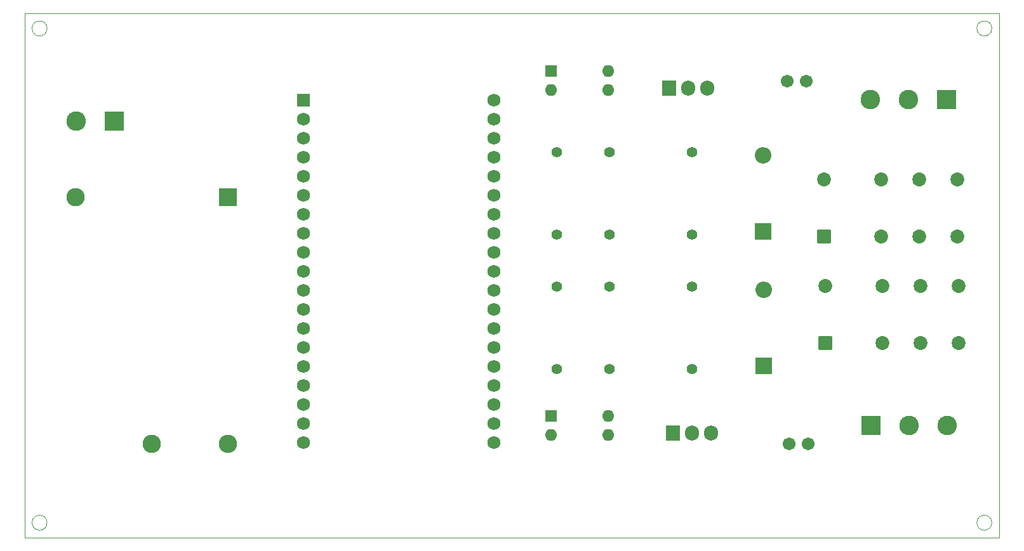
<source format=gbr>
%TF.GenerationSoftware,KiCad,Pcbnew,8.0.6-8.0.6-0~ubuntu22.04.1*%
%TF.CreationDate,2024-11-04T10:12:41+07:00*%
%TF.ProjectId,projectGATE,70726f6a-6563-4744-9741-54452e6b6963,rev?*%
%TF.SameCoordinates,Original*%
%TF.FileFunction,Soldermask,Top*%
%TF.FilePolarity,Negative*%
%FSLAX46Y46*%
G04 Gerber Fmt 4.6, Leading zero omitted, Abs format (unit mm)*
G04 Created by KiCad (PCBNEW 8.0.6-8.0.6-0~ubuntu22.04.1) date 2024-11-04 10:12:41*
%MOMM*%
%LPD*%
G01*
G04 APERTURE LIST*
G04 Aperture macros list*
%AMRoundRect*
0 Rectangle with rounded corners*
0 $1 Rounding radius*
0 $2 $3 $4 $5 $6 $7 $8 $9 X,Y pos of 4 corners*
0 Add a 4 corners polygon primitive as box body*
4,1,4,$2,$3,$4,$5,$6,$7,$8,$9,$2,$3,0*
0 Add four circle primitives for the rounded corners*
1,1,$1+$1,$2,$3*
1,1,$1+$1,$4,$5*
1,1,$1+$1,$6,$7*
1,1,$1+$1,$8,$9*
0 Add four rect primitives between the rounded corners*
20,1,$1+$1,$2,$3,$4,$5,0*
20,1,$1+$1,$4,$5,$6,$7,0*
20,1,$1+$1,$6,$7,$8,$9,0*
20,1,$1+$1,$8,$9,$2,$3,0*%
G04 Aperture macros list end*
%ADD10RoundRect,0.102000X-1.125000X1.125000X-1.125000X-1.125000X1.125000X-1.125000X1.125000X1.125000X0*%
%ADD11C,2.454000*%
%ADD12R,2.200000X2.200000*%
%ADD13O,2.200000X2.200000*%
%ADD14RoundRect,0.102000X-1.200000X-1.200000X1.200000X-1.200000X1.200000X1.200000X-1.200000X1.200000X0*%
%ADD15C,2.604000*%
%ADD16C,1.404000*%
%ADD17R,1.905000X2.000000*%
%ADD18O,1.905000X2.000000*%
%ADD19R,1.600000X1.600000*%
%ADD20O,1.600000X1.600000*%
%ADD21C,1.712000*%
%ADD22RoundRect,0.102000X1.200000X1.200000X-1.200000X1.200000X-1.200000X-1.200000X1.200000X-1.200000X0*%
%ADD23RoundRect,0.102000X-0.825000X-0.825000X0.825000X-0.825000X0.825000X0.825000X-0.825000X0.825000X0*%
%ADD24C,1.854000*%
%ADD25RoundRect,0.102000X-0.765000X-0.765000X0.765000X-0.765000X0.765000X0.765000X-0.765000X0.765000X0*%
%ADD26C,1.734000*%
%TA.AperFunction,Profile*%
%ADD27C,0.050000*%
%TD*%
G04 APERTURE END LIST*
D10*
%TO.C,PS1*%
X112160000Y-90500000D03*
D11*
X112160000Y-123500000D03*
X91840000Y-90500000D03*
X102000000Y-123500000D03*
%TD*%
D12*
%TO.C,D3*%
X183580000Y-113080000D03*
D13*
X183580000Y-102920000D03*
%TD*%
D14*
%TO.C,J3*%
X197920000Y-121000000D03*
D15*
X203000000Y-121000000D03*
X208080000Y-121000000D03*
%TD*%
D16*
%TO.C,R7*%
X156000000Y-95500000D03*
X156000000Y-84500000D03*
%TD*%
D17*
%TO.C,Q3*%
X170920000Y-76000000D03*
D18*
X173460000Y-76000000D03*
X176000000Y-76000000D03*
%TD*%
D19*
%TO.C,U2*%
X155200000Y-119725000D03*
D20*
X155200000Y-122265000D03*
X162820000Y-122265000D03*
X162820000Y-119725000D03*
%TD*%
D16*
%TO.C,R12*%
X174000000Y-84500000D03*
X174000000Y-95500000D03*
%TD*%
D21*
%TO.C,D1*%
X189540000Y-123500000D03*
X187000000Y-123500000D03*
%TD*%
D19*
%TO.C,U3*%
X155200000Y-73725000D03*
D20*
X155200000Y-76265000D03*
X162820000Y-76265000D03*
X162820000Y-73725000D03*
%TD*%
D22*
%TO.C,J2*%
X208000000Y-77500000D03*
D15*
X202920000Y-77500000D03*
X197840000Y-77500000D03*
%TD*%
D16*
%TO.C,R10*%
X174000000Y-102500000D03*
X174000000Y-113500000D03*
%TD*%
%TO.C,R11*%
X163000000Y-84500000D03*
X163000000Y-95500000D03*
%TD*%
D23*
%TO.C,K2*%
X191590000Y-95810000D03*
D24*
X199210000Y-95810000D03*
X204290000Y-95810000D03*
X209370000Y-95810000D03*
X209370000Y-88190000D03*
X204290000Y-88190000D03*
X199210000Y-88190000D03*
X191590000Y-88190000D03*
%TD*%
D12*
%TO.C,D4*%
X183520000Y-95080000D03*
D13*
X183520000Y-84920000D03*
%TD*%
D17*
%TO.C,Q4*%
X171460000Y-122000000D03*
D18*
X174000000Y-122000000D03*
X176540000Y-122000000D03*
%TD*%
D16*
%TO.C,R9*%
X163000000Y-113500000D03*
X163000000Y-102500000D03*
%TD*%
%TO.C,R8*%
X155940000Y-102500000D03*
X155940000Y-113500000D03*
%TD*%
D23*
%TO.C,K1*%
X191800000Y-110000000D03*
D24*
X199420000Y-110000000D03*
X204500000Y-110000000D03*
X209580000Y-110000000D03*
X209580000Y-102380000D03*
X204500000Y-102380000D03*
X199420000Y-102380000D03*
X191800000Y-102380000D03*
%TD*%
D25*
%TO.C,U1*%
X122210000Y-77600000D03*
D26*
X122210000Y-80140000D03*
X122210000Y-82680000D03*
X122210000Y-85220000D03*
X122210000Y-87760000D03*
X122210000Y-90300000D03*
X122210000Y-92840000D03*
X122210000Y-95380000D03*
X122210000Y-97920000D03*
X122210000Y-100460000D03*
X122210000Y-103000000D03*
X122210000Y-105540000D03*
X122210000Y-108080000D03*
X122210000Y-110620000D03*
X122210000Y-113160000D03*
X122210000Y-115700000D03*
X122210000Y-118240000D03*
X122210000Y-120780000D03*
X122210000Y-123320000D03*
X147610000Y-123320000D03*
X147610000Y-120780000D03*
X147610000Y-118240000D03*
X147610000Y-115700000D03*
X147610000Y-113160000D03*
X147610000Y-110620000D03*
X147610000Y-108080000D03*
X147610000Y-105540000D03*
X147610000Y-103000000D03*
X147610000Y-100460000D03*
X147610000Y-97920000D03*
X147610000Y-95380000D03*
X147610000Y-92840000D03*
X147610000Y-90300000D03*
X147610000Y-87760000D03*
X147610000Y-85220000D03*
X147610000Y-82680000D03*
X147610000Y-80140000D03*
X147610000Y-77600000D03*
%TD*%
D22*
%TO.C,J1*%
X96940000Y-80350000D03*
D15*
X91860000Y-80350000D03*
%TD*%
D21*
%TO.C,D2*%
X189270000Y-75000000D03*
X186730000Y-75000000D03*
%TD*%
D27*
X88000000Y-134000000D02*
G75*
G02*
X86000000Y-134000000I-1000000J0D01*
G01*
X86000000Y-134000000D02*
G75*
G02*
X88000000Y-134000000I1000000J0D01*
G01*
X88000000Y-68000000D02*
G75*
G02*
X86000000Y-68000000I-1000000J0D01*
G01*
X86000000Y-68000000D02*
G75*
G02*
X88000000Y-68000000I1000000J0D01*
G01*
X214000000Y-68000000D02*
G75*
G02*
X212000000Y-68000000I-1000000J0D01*
G01*
X212000000Y-68000000D02*
G75*
G02*
X214000000Y-68000000I1000000J0D01*
G01*
X214000000Y-134000000D02*
G75*
G02*
X212000000Y-134000000I-1000000J0D01*
G01*
X212000000Y-134000000D02*
G75*
G02*
X214000000Y-134000000I1000000J0D01*
G01*
X85000000Y-66000000D02*
X215000000Y-66000000D01*
X215000000Y-136000000D01*
X85000000Y-136000000D01*
X85000000Y-66000000D01*
M02*

</source>
